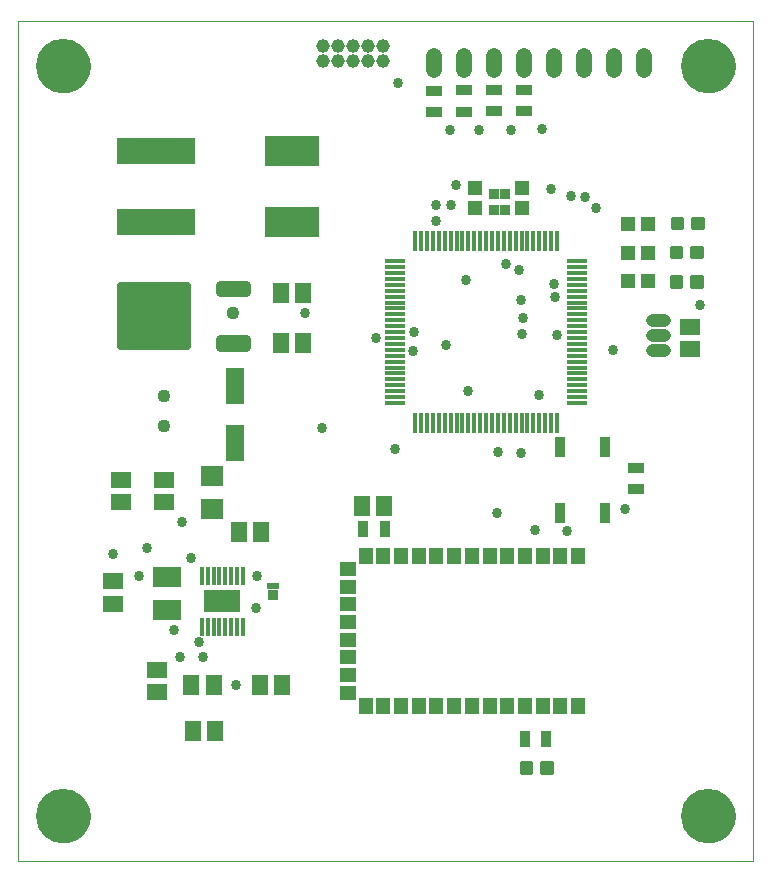
<source format=gts>
G75*
%MOIN*%
%OFA0B0*%
%FSLAX25Y25*%
%IPPOS*%
%LPD*%
%AMOC8*
5,1,8,0,0,1.08239X$1,22.5*
%
%ADD10C,0.00000*%
%ADD11C,0.18100*%
%ADD12C,0.01769*%
%ADD13R,0.03750X0.05324*%
%ADD14C,0.05400*%
%ADD15R,0.05718X0.04537*%
%ADD16R,0.04537X0.05718*%
%ADD17R,0.06506X0.01781*%
%ADD18R,0.01781X0.06506*%
%ADD19C,0.04362*%
%ADD20R,0.04537X0.04931*%
%ADD21R,0.03356X0.03553*%
%ADD22R,0.05324X0.03750*%
%ADD23R,0.03600X0.06600*%
%ADD24R,0.01700X0.06100*%
%ADD25R,0.12200X0.07500*%
%ADD26R,0.05718X0.06506*%
%ADD27R,0.06506X0.05718*%
%ADD28R,0.09261X0.06899*%
%ADD29R,0.03553X0.03553*%
%ADD30R,0.02175X0.02490*%
%ADD31R,0.07687X0.06899*%
%ADD32C,0.04537*%
%ADD33R,0.04931X0.04537*%
%ADD34C,0.03026*%
%ADD35C,0.02732*%
%ADD36R,0.18317X0.10049*%
%ADD37R,0.26191X0.08868*%
%ADD38C,0.04362*%
%ADD39R,0.06112X0.12411*%
%ADD40C,0.03378*%
D10*
X0007100Y0011300D02*
X0007100Y0291300D01*
X0252100Y0291300D01*
X0252100Y0011300D01*
X0007100Y0011300D01*
X0013350Y0026300D02*
X0013353Y0026515D01*
X0013361Y0026729D01*
X0013374Y0026944D01*
X0013392Y0027158D01*
X0013416Y0027371D01*
X0013445Y0027584D01*
X0013479Y0027796D01*
X0013518Y0028007D01*
X0013563Y0028217D01*
X0013612Y0028426D01*
X0013667Y0028634D01*
X0013727Y0028840D01*
X0013792Y0029045D01*
X0013861Y0029248D01*
X0013936Y0029449D01*
X0014016Y0029648D01*
X0014101Y0029846D01*
X0014190Y0030041D01*
X0014284Y0030234D01*
X0014383Y0030425D01*
X0014487Y0030613D01*
X0014595Y0030798D01*
X0014708Y0030981D01*
X0014825Y0031161D01*
X0014946Y0031338D01*
X0015072Y0031512D01*
X0015202Y0031683D01*
X0015336Y0031851D01*
X0015474Y0032015D01*
X0015617Y0032176D01*
X0015763Y0032333D01*
X0015913Y0032487D01*
X0016067Y0032637D01*
X0016224Y0032783D01*
X0016385Y0032926D01*
X0016549Y0033064D01*
X0016717Y0033198D01*
X0016888Y0033328D01*
X0017062Y0033454D01*
X0017239Y0033575D01*
X0017419Y0033692D01*
X0017602Y0033805D01*
X0017787Y0033913D01*
X0017975Y0034017D01*
X0018166Y0034116D01*
X0018359Y0034210D01*
X0018554Y0034299D01*
X0018752Y0034384D01*
X0018951Y0034464D01*
X0019152Y0034539D01*
X0019355Y0034608D01*
X0019560Y0034673D01*
X0019766Y0034733D01*
X0019974Y0034788D01*
X0020183Y0034837D01*
X0020393Y0034882D01*
X0020604Y0034921D01*
X0020816Y0034955D01*
X0021029Y0034984D01*
X0021242Y0035008D01*
X0021456Y0035026D01*
X0021671Y0035039D01*
X0021885Y0035047D01*
X0022100Y0035050D01*
X0022315Y0035047D01*
X0022529Y0035039D01*
X0022744Y0035026D01*
X0022958Y0035008D01*
X0023171Y0034984D01*
X0023384Y0034955D01*
X0023596Y0034921D01*
X0023807Y0034882D01*
X0024017Y0034837D01*
X0024226Y0034788D01*
X0024434Y0034733D01*
X0024640Y0034673D01*
X0024845Y0034608D01*
X0025048Y0034539D01*
X0025249Y0034464D01*
X0025448Y0034384D01*
X0025646Y0034299D01*
X0025841Y0034210D01*
X0026034Y0034116D01*
X0026225Y0034017D01*
X0026413Y0033913D01*
X0026598Y0033805D01*
X0026781Y0033692D01*
X0026961Y0033575D01*
X0027138Y0033454D01*
X0027312Y0033328D01*
X0027483Y0033198D01*
X0027651Y0033064D01*
X0027815Y0032926D01*
X0027976Y0032783D01*
X0028133Y0032637D01*
X0028287Y0032487D01*
X0028437Y0032333D01*
X0028583Y0032176D01*
X0028726Y0032015D01*
X0028864Y0031851D01*
X0028998Y0031683D01*
X0029128Y0031512D01*
X0029254Y0031338D01*
X0029375Y0031161D01*
X0029492Y0030981D01*
X0029605Y0030798D01*
X0029713Y0030613D01*
X0029817Y0030425D01*
X0029916Y0030234D01*
X0030010Y0030041D01*
X0030099Y0029846D01*
X0030184Y0029648D01*
X0030264Y0029449D01*
X0030339Y0029248D01*
X0030408Y0029045D01*
X0030473Y0028840D01*
X0030533Y0028634D01*
X0030588Y0028426D01*
X0030637Y0028217D01*
X0030682Y0028007D01*
X0030721Y0027796D01*
X0030755Y0027584D01*
X0030784Y0027371D01*
X0030808Y0027158D01*
X0030826Y0026944D01*
X0030839Y0026729D01*
X0030847Y0026515D01*
X0030850Y0026300D01*
X0030847Y0026085D01*
X0030839Y0025871D01*
X0030826Y0025656D01*
X0030808Y0025442D01*
X0030784Y0025229D01*
X0030755Y0025016D01*
X0030721Y0024804D01*
X0030682Y0024593D01*
X0030637Y0024383D01*
X0030588Y0024174D01*
X0030533Y0023966D01*
X0030473Y0023760D01*
X0030408Y0023555D01*
X0030339Y0023352D01*
X0030264Y0023151D01*
X0030184Y0022952D01*
X0030099Y0022754D01*
X0030010Y0022559D01*
X0029916Y0022366D01*
X0029817Y0022175D01*
X0029713Y0021987D01*
X0029605Y0021802D01*
X0029492Y0021619D01*
X0029375Y0021439D01*
X0029254Y0021262D01*
X0029128Y0021088D01*
X0028998Y0020917D01*
X0028864Y0020749D01*
X0028726Y0020585D01*
X0028583Y0020424D01*
X0028437Y0020267D01*
X0028287Y0020113D01*
X0028133Y0019963D01*
X0027976Y0019817D01*
X0027815Y0019674D01*
X0027651Y0019536D01*
X0027483Y0019402D01*
X0027312Y0019272D01*
X0027138Y0019146D01*
X0026961Y0019025D01*
X0026781Y0018908D01*
X0026598Y0018795D01*
X0026413Y0018687D01*
X0026225Y0018583D01*
X0026034Y0018484D01*
X0025841Y0018390D01*
X0025646Y0018301D01*
X0025448Y0018216D01*
X0025249Y0018136D01*
X0025048Y0018061D01*
X0024845Y0017992D01*
X0024640Y0017927D01*
X0024434Y0017867D01*
X0024226Y0017812D01*
X0024017Y0017763D01*
X0023807Y0017718D01*
X0023596Y0017679D01*
X0023384Y0017645D01*
X0023171Y0017616D01*
X0022958Y0017592D01*
X0022744Y0017574D01*
X0022529Y0017561D01*
X0022315Y0017553D01*
X0022100Y0017550D01*
X0021885Y0017553D01*
X0021671Y0017561D01*
X0021456Y0017574D01*
X0021242Y0017592D01*
X0021029Y0017616D01*
X0020816Y0017645D01*
X0020604Y0017679D01*
X0020393Y0017718D01*
X0020183Y0017763D01*
X0019974Y0017812D01*
X0019766Y0017867D01*
X0019560Y0017927D01*
X0019355Y0017992D01*
X0019152Y0018061D01*
X0018951Y0018136D01*
X0018752Y0018216D01*
X0018554Y0018301D01*
X0018359Y0018390D01*
X0018166Y0018484D01*
X0017975Y0018583D01*
X0017787Y0018687D01*
X0017602Y0018795D01*
X0017419Y0018908D01*
X0017239Y0019025D01*
X0017062Y0019146D01*
X0016888Y0019272D01*
X0016717Y0019402D01*
X0016549Y0019536D01*
X0016385Y0019674D01*
X0016224Y0019817D01*
X0016067Y0019963D01*
X0015913Y0020113D01*
X0015763Y0020267D01*
X0015617Y0020424D01*
X0015474Y0020585D01*
X0015336Y0020749D01*
X0015202Y0020917D01*
X0015072Y0021088D01*
X0014946Y0021262D01*
X0014825Y0021439D01*
X0014708Y0021619D01*
X0014595Y0021802D01*
X0014487Y0021987D01*
X0014383Y0022175D01*
X0014284Y0022366D01*
X0014190Y0022559D01*
X0014101Y0022754D01*
X0014016Y0022952D01*
X0013936Y0023151D01*
X0013861Y0023352D01*
X0013792Y0023555D01*
X0013727Y0023760D01*
X0013667Y0023966D01*
X0013612Y0024174D01*
X0013563Y0024383D01*
X0013518Y0024593D01*
X0013479Y0024804D01*
X0013445Y0025016D01*
X0013416Y0025229D01*
X0013392Y0025442D01*
X0013374Y0025656D01*
X0013361Y0025871D01*
X0013353Y0026085D01*
X0013350Y0026300D01*
X0013350Y0276300D02*
X0013353Y0276515D01*
X0013361Y0276729D01*
X0013374Y0276944D01*
X0013392Y0277158D01*
X0013416Y0277371D01*
X0013445Y0277584D01*
X0013479Y0277796D01*
X0013518Y0278007D01*
X0013563Y0278217D01*
X0013612Y0278426D01*
X0013667Y0278634D01*
X0013727Y0278840D01*
X0013792Y0279045D01*
X0013861Y0279248D01*
X0013936Y0279449D01*
X0014016Y0279648D01*
X0014101Y0279846D01*
X0014190Y0280041D01*
X0014284Y0280234D01*
X0014383Y0280425D01*
X0014487Y0280613D01*
X0014595Y0280798D01*
X0014708Y0280981D01*
X0014825Y0281161D01*
X0014946Y0281338D01*
X0015072Y0281512D01*
X0015202Y0281683D01*
X0015336Y0281851D01*
X0015474Y0282015D01*
X0015617Y0282176D01*
X0015763Y0282333D01*
X0015913Y0282487D01*
X0016067Y0282637D01*
X0016224Y0282783D01*
X0016385Y0282926D01*
X0016549Y0283064D01*
X0016717Y0283198D01*
X0016888Y0283328D01*
X0017062Y0283454D01*
X0017239Y0283575D01*
X0017419Y0283692D01*
X0017602Y0283805D01*
X0017787Y0283913D01*
X0017975Y0284017D01*
X0018166Y0284116D01*
X0018359Y0284210D01*
X0018554Y0284299D01*
X0018752Y0284384D01*
X0018951Y0284464D01*
X0019152Y0284539D01*
X0019355Y0284608D01*
X0019560Y0284673D01*
X0019766Y0284733D01*
X0019974Y0284788D01*
X0020183Y0284837D01*
X0020393Y0284882D01*
X0020604Y0284921D01*
X0020816Y0284955D01*
X0021029Y0284984D01*
X0021242Y0285008D01*
X0021456Y0285026D01*
X0021671Y0285039D01*
X0021885Y0285047D01*
X0022100Y0285050D01*
X0022315Y0285047D01*
X0022529Y0285039D01*
X0022744Y0285026D01*
X0022958Y0285008D01*
X0023171Y0284984D01*
X0023384Y0284955D01*
X0023596Y0284921D01*
X0023807Y0284882D01*
X0024017Y0284837D01*
X0024226Y0284788D01*
X0024434Y0284733D01*
X0024640Y0284673D01*
X0024845Y0284608D01*
X0025048Y0284539D01*
X0025249Y0284464D01*
X0025448Y0284384D01*
X0025646Y0284299D01*
X0025841Y0284210D01*
X0026034Y0284116D01*
X0026225Y0284017D01*
X0026413Y0283913D01*
X0026598Y0283805D01*
X0026781Y0283692D01*
X0026961Y0283575D01*
X0027138Y0283454D01*
X0027312Y0283328D01*
X0027483Y0283198D01*
X0027651Y0283064D01*
X0027815Y0282926D01*
X0027976Y0282783D01*
X0028133Y0282637D01*
X0028287Y0282487D01*
X0028437Y0282333D01*
X0028583Y0282176D01*
X0028726Y0282015D01*
X0028864Y0281851D01*
X0028998Y0281683D01*
X0029128Y0281512D01*
X0029254Y0281338D01*
X0029375Y0281161D01*
X0029492Y0280981D01*
X0029605Y0280798D01*
X0029713Y0280613D01*
X0029817Y0280425D01*
X0029916Y0280234D01*
X0030010Y0280041D01*
X0030099Y0279846D01*
X0030184Y0279648D01*
X0030264Y0279449D01*
X0030339Y0279248D01*
X0030408Y0279045D01*
X0030473Y0278840D01*
X0030533Y0278634D01*
X0030588Y0278426D01*
X0030637Y0278217D01*
X0030682Y0278007D01*
X0030721Y0277796D01*
X0030755Y0277584D01*
X0030784Y0277371D01*
X0030808Y0277158D01*
X0030826Y0276944D01*
X0030839Y0276729D01*
X0030847Y0276515D01*
X0030850Y0276300D01*
X0030847Y0276085D01*
X0030839Y0275871D01*
X0030826Y0275656D01*
X0030808Y0275442D01*
X0030784Y0275229D01*
X0030755Y0275016D01*
X0030721Y0274804D01*
X0030682Y0274593D01*
X0030637Y0274383D01*
X0030588Y0274174D01*
X0030533Y0273966D01*
X0030473Y0273760D01*
X0030408Y0273555D01*
X0030339Y0273352D01*
X0030264Y0273151D01*
X0030184Y0272952D01*
X0030099Y0272754D01*
X0030010Y0272559D01*
X0029916Y0272366D01*
X0029817Y0272175D01*
X0029713Y0271987D01*
X0029605Y0271802D01*
X0029492Y0271619D01*
X0029375Y0271439D01*
X0029254Y0271262D01*
X0029128Y0271088D01*
X0028998Y0270917D01*
X0028864Y0270749D01*
X0028726Y0270585D01*
X0028583Y0270424D01*
X0028437Y0270267D01*
X0028287Y0270113D01*
X0028133Y0269963D01*
X0027976Y0269817D01*
X0027815Y0269674D01*
X0027651Y0269536D01*
X0027483Y0269402D01*
X0027312Y0269272D01*
X0027138Y0269146D01*
X0026961Y0269025D01*
X0026781Y0268908D01*
X0026598Y0268795D01*
X0026413Y0268687D01*
X0026225Y0268583D01*
X0026034Y0268484D01*
X0025841Y0268390D01*
X0025646Y0268301D01*
X0025448Y0268216D01*
X0025249Y0268136D01*
X0025048Y0268061D01*
X0024845Y0267992D01*
X0024640Y0267927D01*
X0024434Y0267867D01*
X0024226Y0267812D01*
X0024017Y0267763D01*
X0023807Y0267718D01*
X0023596Y0267679D01*
X0023384Y0267645D01*
X0023171Y0267616D01*
X0022958Y0267592D01*
X0022744Y0267574D01*
X0022529Y0267561D01*
X0022315Y0267553D01*
X0022100Y0267550D01*
X0021885Y0267553D01*
X0021671Y0267561D01*
X0021456Y0267574D01*
X0021242Y0267592D01*
X0021029Y0267616D01*
X0020816Y0267645D01*
X0020604Y0267679D01*
X0020393Y0267718D01*
X0020183Y0267763D01*
X0019974Y0267812D01*
X0019766Y0267867D01*
X0019560Y0267927D01*
X0019355Y0267992D01*
X0019152Y0268061D01*
X0018951Y0268136D01*
X0018752Y0268216D01*
X0018554Y0268301D01*
X0018359Y0268390D01*
X0018166Y0268484D01*
X0017975Y0268583D01*
X0017787Y0268687D01*
X0017602Y0268795D01*
X0017419Y0268908D01*
X0017239Y0269025D01*
X0017062Y0269146D01*
X0016888Y0269272D01*
X0016717Y0269402D01*
X0016549Y0269536D01*
X0016385Y0269674D01*
X0016224Y0269817D01*
X0016067Y0269963D01*
X0015913Y0270113D01*
X0015763Y0270267D01*
X0015617Y0270424D01*
X0015474Y0270585D01*
X0015336Y0270749D01*
X0015202Y0270917D01*
X0015072Y0271088D01*
X0014946Y0271262D01*
X0014825Y0271439D01*
X0014708Y0271619D01*
X0014595Y0271802D01*
X0014487Y0271987D01*
X0014383Y0272175D01*
X0014284Y0272366D01*
X0014190Y0272559D01*
X0014101Y0272754D01*
X0014016Y0272952D01*
X0013936Y0273151D01*
X0013861Y0273352D01*
X0013792Y0273555D01*
X0013727Y0273760D01*
X0013667Y0273966D01*
X0013612Y0274174D01*
X0013563Y0274383D01*
X0013518Y0274593D01*
X0013479Y0274804D01*
X0013445Y0275016D01*
X0013416Y0275229D01*
X0013392Y0275442D01*
X0013374Y0275656D01*
X0013361Y0275871D01*
X0013353Y0276085D01*
X0013350Y0276300D01*
X0228350Y0276300D02*
X0228353Y0276515D01*
X0228361Y0276729D01*
X0228374Y0276944D01*
X0228392Y0277158D01*
X0228416Y0277371D01*
X0228445Y0277584D01*
X0228479Y0277796D01*
X0228518Y0278007D01*
X0228563Y0278217D01*
X0228612Y0278426D01*
X0228667Y0278634D01*
X0228727Y0278840D01*
X0228792Y0279045D01*
X0228861Y0279248D01*
X0228936Y0279449D01*
X0229016Y0279648D01*
X0229101Y0279846D01*
X0229190Y0280041D01*
X0229284Y0280234D01*
X0229383Y0280425D01*
X0229487Y0280613D01*
X0229595Y0280798D01*
X0229708Y0280981D01*
X0229825Y0281161D01*
X0229946Y0281338D01*
X0230072Y0281512D01*
X0230202Y0281683D01*
X0230336Y0281851D01*
X0230474Y0282015D01*
X0230617Y0282176D01*
X0230763Y0282333D01*
X0230913Y0282487D01*
X0231067Y0282637D01*
X0231224Y0282783D01*
X0231385Y0282926D01*
X0231549Y0283064D01*
X0231717Y0283198D01*
X0231888Y0283328D01*
X0232062Y0283454D01*
X0232239Y0283575D01*
X0232419Y0283692D01*
X0232602Y0283805D01*
X0232787Y0283913D01*
X0232975Y0284017D01*
X0233166Y0284116D01*
X0233359Y0284210D01*
X0233554Y0284299D01*
X0233752Y0284384D01*
X0233951Y0284464D01*
X0234152Y0284539D01*
X0234355Y0284608D01*
X0234560Y0284673D01*
X0234766Y0284733D01*
X0234974Y0284788D01*
X0235183Y0284837D01*
X0235393Y0284882D01*
X0235604Y0284921D01*
X0235816Y0284955D01*
X0236029Y0284984D01*
X0236242Y0285008D01*
X0236456Y0285026D01*
X0236671Y0285039D01*
X0236885Y0285047D01*
X0237100Y0285050D01*
X0237315Y0285047D01*
X0237529Y0285039D01*
X0237744Y0285026D01*
X0237958Y0285008D01*
X0238171Y0284984D01*
X0238384Y0284955D01*
X0238596Y0284921D01*
X0238807Y0284882D01*
X0239017Y0284837D01*
X0239226Y0284788D01*
X0239434Y0284733D01*
X0239640Y0284673D01*
X0239845Y0284608D01*
X0240048Y0284539D01*
X0240249Y0284464D01*
X0240448Y0284384D01*
X0240646Y0284299D01*
X0240841Y0284210D01*
X0241034Y0284116D01*
X0241225Y0284017D01*
X0241413Y0283913D01*
X0241598Y0283805D01*
X0241781Y0283692D01*
X0241961Y0283575D01*
X0242138Y0283454D01*
X0242312Y0283328D01*
X0242483Y0283198D01*
X0242651Y0283064D01*
X0242815Y0282926D01*
X0242976Y0282783D01*
X0243133Y0282637D01*
X0243287Y0282487D01*
X0243437Y0282333D01*
X0243583Y0282176D01*
X0243726Y0282015D01*
X0243864Y0281851D01*
X0243998Y0281683D01*
X0244128Y0281512D01*
X0244254Y0281338D01*
X0244375Y0281161D01*
X0244492Y0280981D01*
X0244605Y0280798D01*
X0244713Y0280613D01*
X0244817Y0280425D01*
X0244916Y0280234D01*
X0245010Y0280041D01*
X0245099Y0279846D01*
X0245184Y0279648D01*
X0245264Y0279449D01*
X0245339Y0279248D01*
X0245408Y0279045D01*
X0245473Y0278840D01*
X0245533Y0278634D01*
X0245588Y0278426D01*
X0245637Y0278217D01*
X0245682Y0278007D01*
X0245721Y0277796D01*
X0245755Y0277584D01*
X0245784Y0277371D01*
X0245808Y0277158D01*
X0245826Y0276944D01*
X0245839Y0276729D01*
X0245847Y0276515D01*
X0245850Y0276300D01*
X0245847Y0276085D01*
X0245839Y0275871D01*
X0245826Y0275656D01*
X0245808Y0275442D01*
X0245784Y0275229D01*
X0245755Y0275016D01*
X0245721Y0274804D01*
X0245682Y0274593D01*
X0245637Y0274383D01*
X0245588Y0274174D01*
X0245533Y0273966D01*
X0245473Y0273760D01*
X0245408Y0273555D01*
X0245339Y0273352D01*
X0245264Y0273151D01*
X0245184Y0272952D01*
X0245099Y0272754D01*
X0245010Y0272559D01*
X0244916Y0272366D01*
X0244817Y0272175D01*
X0244713Y0271987D01*
X0244605Y0271802D01*
X0244492Y0271619D01*
X0244375Y0271439D01*
X0244254Y0271262D01*
X0244128Y0271088D01*
X0243998Y0270917D01*
X0243864Y0270749D01*
X0243726Y0270585D01*
X0243583Y0270424D01*
X0243437Y0270267D01*
X0243287Y0270113D01*
X0243133Y0269963D01*
X0242976Y0269817D01*
X0242815Y0269674D01*
X0242651Y0269536D01*
X0242483Y0269402D01*
X0242312Y0269272D01*
X0242138Y0269146D01*
X0241961Y0269025D01*
X0241781Y0268908D01*
X0241598Y0268795D01*
X0241413Y0268687D01*
X0241225Y0268583D01*
X0241034Y0268484D01*
X0240841Y0268390D01*
X0240646Y0268301D01*
X0240448Y0268216D01*
X0240249Y0268136D01*
X0240048Y0268061D01*
X0239845Y0267992D01*
X0239640Y0267927D01*
X0239434Y0267867D01*
X0239226Y0267812D01*
X0239017Y0267763D01*
X0238807Y0267718D01*
X0238596Y0267679D01*
X0238384Y0267645D01*
X0238171Y0267616D01*
X0237958Y0267592D01*
X0237744Y0267574D01*
X0237529Y0267561D01*
X0237315Y0267553D01*
X0237100Y0267550D01*
X0236885Y0267553D01*
X0236671Y0267561D01*
X0236456Y0267574D01*
X0236242Y0267592D01*
X0236029Y0267616D01*
X0235816Y0267645D01*
X0235604Y0267679D01*
X0235393Y0267718D01*
X0235183Y0267763D01*
X0234974Y0267812D01*
X0234766Y0267867D01*
X0234560Y0267927D01*
X0234355Y0267992D01*
X0234152Y0268061D01*
X0233951Y0268136D01*
X0233752Y0268216D01*
X0233554Y0268301D01*
X0233359Y0268390D01*
X0233166Y0268484D01*
X0232975Y0268583D01*
X0232787Y0268687D01*
X0232602Y0268795D01*
X0232419Y0268908D01*
X0232239Y0269025D01*
X0232062Y0269146D01*
X0231888Y0269272D01*
X0231717Y0269402D01*
X0231549Y0269536D01*
X0231385Y0269674D01*
X0231224Y0269817D01*
X0231067Y0269963D01*
X0230913Y0270113D01*
X0230763Y0270267D01*
X0230617Y0270424D01*
X0230474Y0270585D01*
X0230336Y0270749D01*
X0230202Y0270917D01*
X0230072Y0271088D01*
X0229946Y0271262D01*
X0229825Y0271439D01*
X0229708Y0271619D01*
X0229595Y0271802D01*
X0229487Y0271987D01*
X0229383Y0272175D01*
X0229284Y0272366D01*
X0229190Y0272559D01*
X0229101Y0272754D01*
X0229016Y0272952D01*
X0228936Y0273151D01*
X0228861Y0273352D01*
X0228792Y0273555D01*
X0228727Y0273760D01*
X0228667Y0273966D01*
X0228612Y0274174D01*
X0228563Y0274383D01*
X0228518Y0274593D01*
X0228479Y0274804D01*
X0228445Y0275016D01*
X0228416Y0275229D01*
X0228392Y0275442D01*
X0228374Y0275656D01*
X0228361Y0275871D01*
X0228353Y0276085D01*
X0228350Y0276300D01*
X0228350Y0026300D02*
X0228353Y0026515D01*
X0228361Y0026729D01*
X0228374Y0026944D01*
X0228392Y0027158D01*
X0228416Y0027371D01*
X0228445Y0027584D01*
X0228479Y0027796D01*
X0228518Y0028007D01*
X0228563Y0028217D01*
X0228612Y0028426D01*
X0228667Y0028634D01*
X0228727Y0028840D01*
X0228792Y0029045D01*
X0228861Y0029248D01*
X0228936Y0029449D01*
X0229016Y0029648D01*
X0229101Y0029846D01*
X0229190Y0030041D01*
X0229284Y0030234D01*
X0229383Y0030425D01*
X0229487Y0030613D01*
X0229595Y0030798D01*
X0229708Y0030981D01*
X0229825Y0031161D01*
X0229946Y0031338D01*
X0230072Y0031512D01*
X0230202Y0031683D01*
X0230336Y0031851D01*
X0230474Y0032015D01*
X0230617Y0032176D01*
X0230763Y0032333D01*
X0230913Y0032487D01*
X0231067Y0032637D01*
X0231224Y0032783D01*
X0231385Y0032926D01*
X0231549Y0033064D01*
X0231717Y0033198D01*
X0231888Y0033328D01*
X0232062Y0033454D01*
X0232239Y0033575D01*
X0232419Y0033692D01*
X0232602Y0033805D01*
X0232787Y0033913D01*
X0232975Y0034017D01*
X0233166Y0034116D01*
X0233359Y0034210D01*
X0233554Y0034299D01*
X0233752Y0034384D01*
X0233951Y0034464D01*
X0234152Y0034539D01*
X0234355Y0034608D01*
X0234560Y0034673D01*
X0234766Y0034733D01*
X0234974Y0034788D01*
X0235183Y0034837D01*
X0235393Y0034882D01*
X0235604Y0034921D01*
X0235816Y0034955D01*
X0236029Y0034984D01*
X0236242Y0035008D01*
X0236456Y0035026D01*
X0236671Y0035039D01*
X0236885Y0035047D01*
X0237100Y0035050D01*
X0237315Y0035047D01*
X0237529Y0035039D01*
X0237744Y0035026D01*
X0237958Y0035008D01*
X0238171Y0034984D01*
X0238384Y0034955D01*
X0238596Y0034921D01*
X0238807Y0034882D01*
X0239017Y0034837D01*
X0239226Y0034788D01*
X0239434Y0034733D01*
X0239640Y0034673D01*
X0239845Y0034608D01*
X0240048Y0034539D01*
X0240249Y0034464D01*
X0240448Y0034384D01*
X0240646Y0034299D01*
X0240841Y0034210D01*
X0241034Y0034116D01*
X0241225Y0034017D01*
X0241413Y0033913D01*
X0241598Y0033805D01*
X0241781Y0033692D01*
X0241961Y0033575D01*
X0242138Y0033454D01*
X0242312Y0033328D01*
X0242483Y0033198D01*
X0242651Y0033064D01*
X0242815Y0032926D01*
X0242976Y0032783D01*
X0243133Y0032637D01*
X0243287Y0032487D01*
X0243437Y0032333D01*
X0243583Y0032176D01*
X0243726Y0032015D01*
X0243864Y0031851D01*
X0243998Y0031683D01*
X0244128Y0031512D01*
X0244254Y0031338D01*
X0244375Y0031161D01*
X0244492Y0030981D01*
X0244605Y0030798D01*
X0244713Y0030613D01*
X0244817Y0030425D01*
X0244916Y0030234D01*
X0245010Y0030041D01*
X0245099Y0029846D01*
X0245184Y0029648D01*
X0245264Y0029449D01*
X0245339Y0029248D01*
X0245408Y0029045D01*
X0245473Y0028840D01*
X0245533Y0028634D01*
X0245588Y0028426D01*
X0245637Y0028217D01*
X0245682Y0028007D01*
X0245721Y0027796D01*
X0245755Y0027584D01*
X0245784Y0027371D01*
X0245808Y0027158D01*
X0245826Y0026944D01*
X0245839Y0026729D01*
X0245847Y0026515D01*
X0245850Y0026300D01*
X0245847Y0026085D01*
X0245839Y0025871D01*
X0245826Y0025656D01*
X0245808Y0025442D01*
X0245784Y0025229D01*
X0245755Y0025016D01*
X0245721Y0024804D01*
X0245682Y0024593D01*
X0245637Y0024383D01*
X0245588Y0024174D01*
X0245533Y0023966D01*
X0245473Y0023760D01*
X0245408Y0023555D01*
X0245339Y0023352D01*
X0245264Y0023151D01*
X0245184Y0022952D01*
X0245099Y0022754D01*
X0245010Y0022559D01*
X0244916Y0022366D01*
X0244817Y0022175D01*
X0244713Y0021987D01*
X0244605Y0021802D01*
X0244492Y0021619D01*
X0244375Y0021439D01*
X0244254Y0021262D01*
X0244128Y0021088D01*
X0243998Y0020917D01*
X0243864Y0020749D01*
X0243726Y0020585D01*
X0243583Y0020424D01*
X0243437Y0020267D01*
X0243287Y0020113D01*
X0243133Y0019963D01*
X0242976Y0019817D01*
X0242815Y0019674D01*
X0242651Y0019536D01*
X0242483Y0019402D01*
X0242312Y0019272D01*
X0242138Y0019146D01*
X0241961Y0019025D01*
X0241781Y0018908D01*
X0241598Y0018795D01*
X0241413Y0018687D01*
X0241225Y0018583D01*
X0241034Y0018484D01*
X0240841Y0018390D01*
X0240646Y0018301D01*
X0240448Y0018216D01*
X0240249Y0018136D01*
X0240048Y0018061D01*
X0239845Y0017992D01*
X0239640Y0017927D01*
X0239434Y0017867D01*
X0239226Y0017812D01*
X0239017Y0017763D01*
X0238807Y0017718D01*
X0238596Y0017679D01*
X0238384Y0017645D01*
X0238171Y0017616D01*
X0237958Y0017592D01*
X0237744Y0017574D01*
X0237529Y0017561D01*
X0237315Y0017553D01*
X0237100Y0017550D01*
X0236885Y0017553D01*
X0236671Y0017561D01*
X0236456Y0017574D01*
X0236242Y0017592D01*
X0236029Y0017616D01*
X0235816Y0017645D01*
X0235604Y0017679D01*
X0235393Y0017718D01*
X0235183Y0017763D01*
X0234974Y0017812D01*
X0234766Y0017867D01*
X0234560Y0017927D01*
X0234355Y0017992D01*
X0234152Y0018061D01*
X0233951Y0018136D01*
X0233752Y0018216D01*
X0233554Y0018301D01*
X0233359Y0018390D01*
X0233166Y0018484D01*
X0232975Y0018583D01*
X0232787Y0018687D01*
X0232602Y0018795D01*
X0232419Y0018908D01*
X0232239Y0019025D01*
X0232062Y0019146D01*
X0231888Y0019272D01*
X0231717Y0019402D01*
X0231549Y0019536D01*
X0231385Y0019674D01*
X0231224Y0019817D01*
X0231067Y0019963D01*
X0230913Y0020113D01*
X0230763Y0020267D01*
X0230617Y0020424D01*
X0230474Y0020585D01*
X0230336Y0020749D01*
X0230202Y0020917D01*
X0230072Y0021088D01*
X0229946Y0021262D01*
X0229825Y0021439D01*
X0229708Y0021619D01*
X0229595Y0021802D01*
X0229487Y0021987D01*
X0229383Y0022175D01*
X0229284Y0022366D01*
X0229190Y0022559D01*
X0229101Y0022754D01*
X0229016Y0022952D01*
X0228936Y0023151D01*
X0228861Y0023352D01*
X0228792Y0023555D01*
X0228727Y0023760D01*
X0228667Y0023966D01*
X0228612Y0024174D01*
X0228563Y0024383D01*
X0228518Y0024593D01*
X0228479Y0024804D01*
X0228445Y0025016D01*
X0228416Y0025229D01*
X0228392Y0025442D01*
X0228374Y0025656D01*
X0228361Y0025871D01*
X0228353Y0026085D01*
X0228350Y0026300D01*
D11*
X0237100Y0026300D03*
X0022100Y0026300D03*
X0022100Y0276300D03*
X0237100Y0276300D03*
D12*
X0232069Y0225284D02*
X0232069Y0222516D01*
X0232069Y0225284D02*
X0234837Y0225284D01*
X0234837Y0222516D01*
X0232069Y0222516D01*
X0232069Y0224197D02*
X0234837Y0224197D01*
X0225163Y0225284D02*
X0225163Y0222516D01*
X0225163Y0225284D02*
X0227931Y0225284D01*
X0227931Y0222516D01*
X0225163Y0222516D01*
X0225163Y0224197D02*
X0227931Y0224197D01*
X0224863Y0215684D02*
X0224863Y0212916D01*
X0224863Y0215684D02*
X0227631Y0215684D01*
X0227631Y0212916D01*
X0224863Y0212916D01*
X0224863Y0214597D02*
X0227631Y0214597D01*
X0231769Y0215684D02*
X0231769Y0212916D01*
X0231769Y0215684D02*
X0234537Y0215684D01*
X0234537Y0212916D01*
X0231769Y0212916D01*
X0231769Y0214597D02*
X0234537Y0214597D01*
X0231769Y0205884D02*
X0231769Y0203116D01*
X0231769Y0205884D02*
X0234537Y0205884D01*
X0234537Y0203116D01*
X0231769Y0203116D01*
X0231769Y0204797D02*
X0234537Y0204797D01*
X0224863Y0205884D02*
X0224863Y0203116D01*
X0224863Y0205884D02*
X0227631Y0205884D01*
X0227631Y0203116D01*
X0224863Y0203116D01*
X0224863Y0204797D02*
X0227631Y0204797D01*
X0184537Y0043884D02*
X0184537Y0041116D01*
X0181769Y0041116D01*
X0181769Y0043884D01*
X0184537Y0043884D01*
X0184537Y0042797D02*
X0181769Y0042797D01*
X0177631Y0043884D02*
X0177631Y0041116D01*
X0174863Y0041116D01*
X0174863Y0043884D01*
X0177631Y0043884D01*
X0177631Y0042797D02*
X0174863Y0042797D01*
D13*
X0175957Y0051900D03*
X0183043Y0051900D03*
X0129143Y0122100D03*
X0122057Y0122100D03*
D14*
X0145600Y0274900D02*
X0145600Y0279700D01*
X0155600Y0279700D02*
X0155600Y0274900D01*
X0165600Y0274900D02*
X0165600Y0279700D01*
X0175600Y0279700D02*
X0175600Y0274900D01*
X0185600Y0274900D02*
X0185600Y0279700D01*
X0195600Y0279700D02*
X0195600Y0274900D01*
X0205600Y0274900D02*
X0205600Y0279700D01*
X0215600Y0279700D02*
X0215600Y0274900D01*
D15*
X0116930Y0108669D03*
X0116930Y0102764D03*
X0116930Y0096858D03*
X0116930Y0090953D03*
X0116930Y0085047D03*
X0116930Y0079142D03*
X0116930Y0073236D03*
X0116930Y0067331D03*
D16*
X0122835Y0063000D03*
X0128741Y0063000D03*
X0134646Y0063000D03*
X0140552Y0063000D03*
X0146457Y0063000D03*
X0152363Y0063000D03*
X0158269Y0063000D03*
X0164174Y0063000D03*
X0170080Y0063000D03*
X0175985Y0063000D03*
X0181891Y0063000D03*
X0187796Y0063000D03*
X0193702Y0063000D03*
X0193702Y0113000D03*
X0187796Y0113000D03*
X0181891Y0113000D03*
X0175985Y0113000D03*
X0170080Y0113000D03*
X0164174Y0113000D03*
X0158269Y0113000D03*
X0152363Y0113000D03*
X0146457Y0113000D03*
X0140552Y0113000D03*
X0134646Y0113000D03*
X0128741Y0113000D03*
X0122835Y0113000D03*
D17*
X0132685Y0163978D03*
X0132685Y0165946D03*
X0132685Y0167915D03*
X0132685Y0169883D03*
X0132685Y0171852D03*
X0132685Y0173820D03*
X0132685Y0175789D03*
X0132685Y0177757D03*
X0132685Y0179726D03*
X0132685Y0181694D03*
X0132685Y0183663D03*
X0132685Y0185631D03*
X0132685Y0187600D03*
X0132685Y0189569D03*
X0132685Y0191537D03*
X0132685Y0193506D03*
X0132685Y0195474D03*
X0132685Y0197443D03*
X0132685Y0199411D03*
X0132685Y0201380D03*
X0132685Y0203348D03*
X0132685Y0205317D03*
X0132685Y0207285D03*
X0132685Y0209254D03*
X0132685Y0211222D03*
X0193315Y0211222D03*
X0193315Y0209254D03*
X0193315Y0207285D03*
X0193315Y0205317D03*
X0193315Y0203348D03*
X0193315Y0201380D03*
X0193315Y0199411D03*
X0193315Y0197443D03*
X0193315Y0195474D03*
X0193315Y0193506D03*
X0193315Y0191537D03*
X0193315Y0189569D03*
X0193315Y0187600D03*
X0193315Y0185631D03*
X0193315Y0183663D03*
X0193315Y0181694D03*
X0193315Y0179726D03*
X0193315Y0177757D03*
X0193315Y0175789D03*
X0193315Y0173820D03*
X0193315Y0171852D03*
X0193315Y0169883D03*
X0193315Y0167915D03*
X0193315Y0165946D03*
X0193315Y0163978D03*
D18*
X0186622Y0157285D03*
X0184654Y0157285D03*
X0182685Y0157285D03*
X0180717Y0157285D03*
X0178748Y0157285D03*
X0176780Y0157285D03*
X0174811Y0157285D03*
X0172843Y0157285D03*
X0170874Y0157285D03*
X0168906Y0157285D03*
X0166937Y0157285D03*
X0164969Y0157285D03*
X0163000Y0157285D03*
X0161031Y0157285D03*
X0159063Y0157285D03*
X0157094Y0157285D03*
X0155126Y0157285D03*
X0153157Y0157285D03*
X0151189Y0157285D03*
X0149220Y0157285D03*
X0147252Y0157285D03*
X0145283Y0157285D03*
X0143315Y0157285D03*
X0141346Y0157285D03*
X0139378Y0157285D03*
X0139378Y0217915D03*
X0141346Y0217915D03*
X0143315Y0217915D03*
X0145283Y0217915D03*
X0147252Y0217915D03*
X0149220Y0217915D03*
X0151189Y0217915D03*
X0153157Y0217915D03*
X0155126Y0217915D03*
X0157094Y0217915D03*
X0159063Y0217915D03*
X0161031Y0217915D03*
X0163000Y0217915D03*
X0164969Y0217915D03*
X0166937Y0217915D03*
X0168906Y0217915D03*
X0170874Y0217915D03*
X0172843Y0217915D03*
X0174811Y0217915D03*
X0176780Y0217915D03*
X0178748Y0217915D03*
X0180717Y0217915D03*
X0182685Y0217915D03*
X0184654Y0217915D03*
X0186622Y0217915D03*
D19*
X0078500Y0193800D03*
X0055500Y0166300D03*
X0055500Y0156300D03*
D20*
X0159200Y0228954D03*
X0159200Y0235646D03*
X0175000Y0235646D03*
X0175000Y0228954D03*
D21*
X0169469Y0228443D03*
X0165531Y0228443D03*
X0165531Y0233757D03*
X0169469Y0233757D03*
D22*
X0165600Y0261257D03*
X0165600Y0268343D03*
X0175600Y0268443D03*
X0175600Y0261357D03*
X0155600Y0261057D03*
X0155600Y0268143D03*
X0145600Y0268043D03*
X0145600Y0260957D03*
X0213000Y0142443D03*
X0213000Y0135357D03*
D23*
X0202500Y0127300D03*
X0187500Y0127300D03*
X0187500Y0149300D03*
X0202500Y0149300D03*
D24*
X0081995Y0106400D03*
X0080025Y0106400D03*
X0078055Y0106400D03*
X0076085Y0106400D03*
X0074115Y0106400D03*
X0072145Y0106400D03*
X0070175Y0106400D03*
X0068205Y0106400D03*
X0068205Y0089200D03*
X0070175Y0089200D03*
X0072145Y0089200D03*
X0074115Y0089200D03*
X0076085Y0089200D03*
X0078055Y0089200D03*
X0080025Y0089200D03*
X0081995Y0089200D03*
D25*
X0075100Y0097800D03*
D26*
X0080560Y0120900D03*
X0088040Y0120900D03*
X0121560Y0129700D03*
X0129040Y0129700D03*
X0102040Y0184100D03*
X0094560Y0184100D03*
X0094560Y0200600D03*
X0102040Y0200600D03*
X0095040Y0069900D03*
X0087560Y0069900D03*
X0072140Y0070100D03*
X0064660Y0070100D03*
X0065160Y0054500D03*
X0072640Y0054500D03*
D27*
X0053300Y0067560D03*
X0053300Y0075040D03*
X0038600Y0097060D03*
X0038600Y0104540D03*
X0041200Y0130960D03*
X0041200Y0138440D03*
X0055800Y0138440D03*
X0055800Y0130960D03*
X0230900Y0181960D03*
X0230900Y0189440D03*
D28*
X0056800Y0106112D03*
X0056800Y0095088D03*
D29*
X0091900Y0099900D03*
D30*
X0092983Y0102892D03*
X0090817Y0102892D03*
D31*
X0071700Y0128588D03*
X0071700Y0139612D03*
D32*
X0108800Y0278100D03*
X0108800Y0283100D03*
X0113800Y0283100D03*
X0113800Y0278100D03*
X0118800Y0278100D03*
X0118800Y0283100D03*
X0123800Y0283100D03*
X0123800Y0278100D03*
X0128800Y0278100D03*
X0128800Y0283100D03*
D33*
X0210254Y0223600D03*
X0216946Y0223600D03*
X0216946Y0213900D03*
X0210254Y0213900D03*
X0210354Y0204600D03*
X0217046Y0204600D03*
D34*
X0082857Y0203204D02*
X0082857Y0200828D01*
X0074141Y0200828D01*
X0074141Y0203204D01*
X0082857Y0203204D01*
X0082857Y0185172D02*
X0082857Y0182796D01*
X0074141Y0182796D01*
X0074141Y0185172D01*
X0082857Y0185172D01*
D35*
X0063260Y0182984D02*
X0063260Y0203016D01*
X0063260Y0182984D02*
X0041376Y0182984D01*
X0041376Y0203016D01*
X0063260Y0203016D01*
X0063260Y0185579D02*
X0041376Y0185579D01*
X0041376Y0188174D02*
X0063260Y0188174D01*
X0063260Y0190769D02*
X0041376Y0190769D01*
X0041376Y0193364D02*
X0063260Y0193364D01*
X0063260Y0195959D02*
X0041376Y0195959D01*
X0041376Y0198554D02*
X0063260Y0198554D01*
X0063260Y0201149D02*
X0041376Y0201149D01*
D36*
X0098200Y0224189D03*
X0098200Y0247811D03*
D37*
X0052924Y0247811D03*
X0052924Y0224189D03*
D38*
X0218419Y0191500D02*
X0222181Y0191500D01*
X0222181Y0186500D02*
X0218419Y0186500D01*
X0218419Y0181500D02*
X0222181Y0181500D01*
D39*
X0079200Y0169549D03*
X0079200Y0150651D03*
D40*
X0061600Y0124200D03*
X0064800Y0112400D03*
X0050100Y0115500D03*
X0047400Y0106200D03*
X0038700Y0113600D03*
X0059100Y0088300D03*
X0067149Y0084200D03*
X0068500Y0079200D03*
X0060900Y0079300D03*
X0079700Y0069900D03*
X0086164Y0095600D03*
X0086800Y0106400D03*
X0108300Y0155500D03*
X0132700Y0148700D03*
X0157000Y0167800D03*
X0149800Y0183400D03*
X0138500Y0181400D03*
X0139100Y0187600D03*
X0126431Y0185631D03*
X0102800Y0193900D03*
X0146400Y0224500D03*
X0146300Y0229800D03*
X0151300Y0229800D03*
X0152900Y0236700D03*
X0150900Y0254800D03*
X0160800Y0255000D03*
X0171400Y0255000D03*
X0181600Y0255200D03*
X0184600Y0235300D03*
X0191400Y0232900D03*
X0196000Y0232500D03*
X0199700Y0229000D03*
X0185800Y0203600D03*
X0185900Y0199300D03*
X0174600Y0198400D03*
X0175249Y0192289D03*
X0175000Y0187100D03*
X0186600Y0186500D03*
X0205300Y0181500D03*
X0180600Y0166500D03*
X0174800Y0147300D03*
X0167000Y0147700D03*
X0166600Y0127300D03*
X0179300Y0121500D03*
X0190100Y0121300D03*
X0209300Y0128500D03*
X0234400Y0196500D03*
X0174100Y0208300D03*
X0169500Y0210400D03*
X0156300Y0205100D03*
X0133700Y0270600D03*
M02*

</source>
